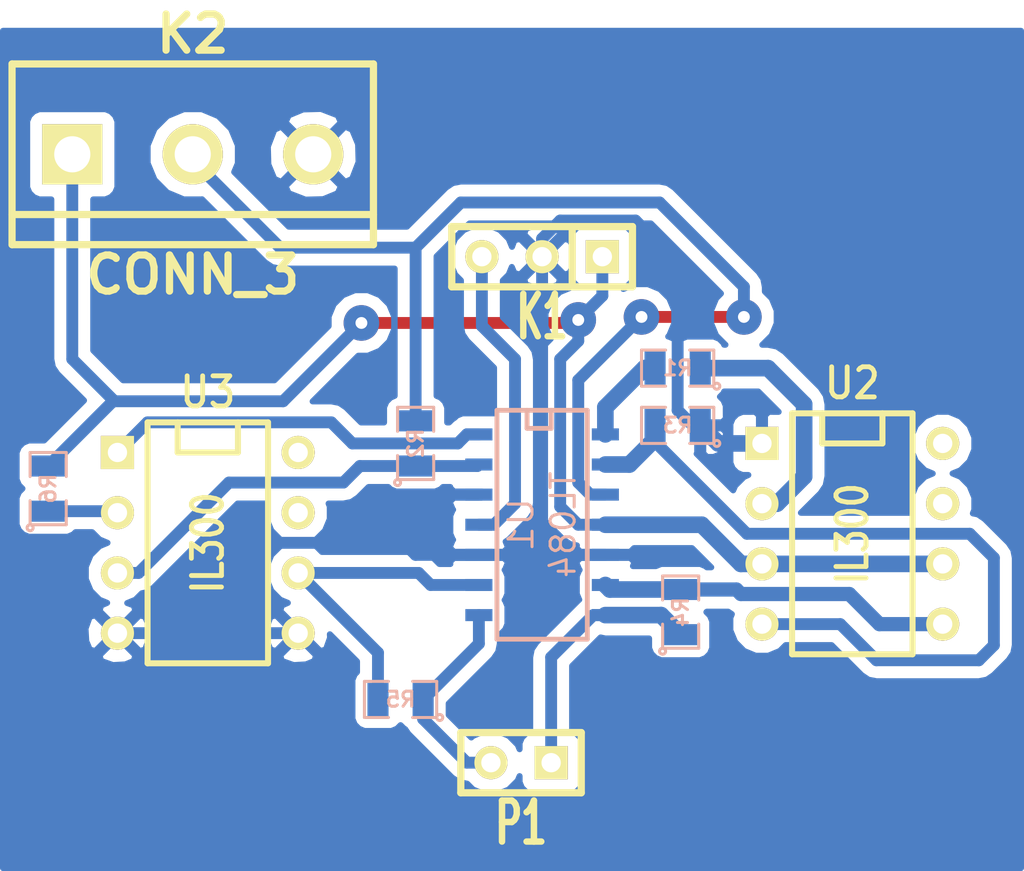
<source format=kicad_pcb>
(kicad_pcb (version 3) (host pcbnew "(2013-mar-13)-testing")

  (general
    (links 32)
    (no_connects 0)
    (area 124.46 113.3856 167.640001 149.860001)
    (thickness 1.6002)
    (drawings 0)
    (tracks 122)
    (zones 0)
    (modules 12)
    (nets 15)
  )

  (page A3)
  (layers
    (15 Front signal)
    (0 Back signal)
    (16 B.Adhes user)
    (17 F.Adhes user)
    (18 B.Paste user)
    (19 F.Paste user)
    (20 B.SilkS user)
    (21 F.SilkS user)
    (22 B.Mask user)
    (23 F.Mask user)
    (24 Dwgs.User user)
    (25 Cmts.User user)
    (26 Eco1.User user)
    (27 Eco2.User user)
    (28 Edge.Cuts user)
  )

  (setup
    (last_trace_width 0.254)
    (user_trace_width 0.50038)
    (user_trace_width 0.70104)
    (user_trace_width 1.00076)
    (user_trace_width 1.50114)
    (trace_clearance 0.254)
    (zone_clearance 0.508)
    (zone_45_only no)
    (trace_min 0.254)
    (segment_width 0.381)
    (edge_width 0.381)
    (via_size 0.889)
    (via_drill 0.635)
    (via_min_size 0.889)
    (via_min_drill 0.508)
    (user_via 1.50114 0.50038)
    (uvia_size 0.508)
    (uvia_drill 0.127)
    (uvias_allowed no)
    (uvia_min_size 0.508)
    (uvia_min_drill 0.127)
    (pcb_text_width 0.3048)
    (pcb_text_size 1.524 2.032)
    (mod_edge_width 0.381)
    (mod_text_size 1.524 1.524)
    (mod_text_width 0.3048)
    (pad_size 1.524 1.524)
    (pad_drill 0.8128)
    (pad_to_mask_clearance 0.254)
    (aux_axis_origin 0 0)
    (visible_elements 7FFFFFFF)
    (pcbplotparams
      (layerselection 1)
      (usegerberextensions true)
      (excludeedgelayer false)
      (linewidth 60)
      (plotframeref false)
      (viasonmask false)
      (mode 1)
      (useauxorigin false)
      (hpglpennumber 1)
      (hpglpenspeed 20)
      (hpglpendiameter 15)
      (hpglpenoverlay 2)
      (psnegative false)
      (psa4output true)
      (plotreference false)
      (plotvalue false)
      (plotothertext false)
      (plotinvisibletext false)
      (padsonsilk false)
      (subtractmaskfromsilk false)
      (outputformat 2)
      (mirror false)
      (drillshape 1)
      (scaleselection 1)
      (outputdirectory ""))
  )

  (net 0 "")
  (net 1 +5V)
  (net 2 -5V)
  (net 3 /In)
  (net 4 /Out1)
  (net 5 /Out2)
  (net 6 GND)
  (net 7 N-000001)
  (net 8 N-000002)
  (net 9 N-000003)
  (net 10 N-000012)
  (net 11 N-000013)
  (net 12 N-000014)
  (net 13 N-000015)
  (net 14 N-000016)

  (net_class Default "This is the default net class."
    (clearance 0.254)
    (trace_width 0.254)
    (via_dia 0.889)
    (via_drill 0.635)
    (uvia_dia 0.508)
    (uvia_drill 0.127)
    (add_net "")
    (add_net +5V)
    (add_net -5V)
    (add_net /In)
    (add_net /Out1)
    (add_net /Out2)
    (add_net GND)
    (add_net N-000001)
    (add_net N-000002)
    (add_net N-000003)
    (add_net N-000012)
    (add_net N-000013)
    (add_net N-000014)
    (add_net N-000015)
    (add_net N-000016)
  )

  (module SO14E (layer Back) (tedit 42806FBF) (tstamp 515C399E)
    (at 147.193 135.255 270)
    (descr "module CMS SOJ 14 pins etroit")
    (tags "CMS SOJ")
    (path /515C3341)
    (attr smd)
    (fp_text reference U1 (at 0 0.762 270) (layer B.SilkS)
      (effects (font (size 1.016 1.143) (thickness 0.127)) (justify mirror))
    )
    (fp_text value TL084 (at 0 -1.016 270) (layer B.SilkS)
      (effects (font (size 1.016 1.016) (thickness 0.127)) (justify mirror))
    )
    (fp_line (start -4.826 1.778) (end 4.826 1.778) (layer B.SilkS) (width 0.2032))
    (fp_line (start 4.826 1.778) (end 4.826 -2.032) (layer B.SilkS) (width 0.2032))
    (fp_line (start 4.826 -2.032) (end -4.826 -2.032) (layer B.SilkS) (width 0.2032))
    (fp_line (start -4.826 -2.032) (end -4.826 1.778) (layer B.SilkS) (width 0.2032))
    (fp_line (start -4.826 0.508) (end -4.064 0.508) (layer B.SilkS) (width 0.2032))
    (fp_line (start -4.064 0.508) (end -4.064 -0.508) (layer B.SilkS) (width 0.2032))
    (fp_line (start -4.064 -0.508) (end -4.826 -0.508) (layer B.SilkS) (width 0.2032))
    (pad 1 smd rect (at -3.81 -2.794 270) (size 0.508 1.143)
      (layers Back B.Paste B.Mask)
      (net 10 N-000012)
    )
    (pad 2 smd rect (at -2.54 -2.794 270) (size 0.508 1.143)
      (layers Back B.Paste B.Mask)
      (net 8 N-000002)
    )
    (pad 3 smd rect (at -1.27 -2.794 270) (size 0.508 1.143)
      (layers Back B.Paste B.Mask)
      (net 3 /In)
    )
    (pad 4 smd rect (at 0 -2.794 270) (size 0.508 1.143)
      (layers Back B.Paste B.Mask)
      (net 1 +5V)
    )
    (pad 5 smd rect (at 1.27 -2.794 270) (size 0.508 1.143)
      (layers Back B.Paste B.Mask)
      (net 6 GND)
    )
    (pad 6 smd rect (at 2.54 -2.794 270) (size 0.508 1.143)
      (layers Back B.Paste B.Mask)
      (net 9 N-000003)
    )
    (pad 7 smd rect (at 3.81 -2.794 270) (size 0.508 1.143)
      (layers Back B.Paste B.Mask)
      (net 4 /Out1)
    )
    (pad 8 smd rect (at 3.81 2.54 270) (size 0.508 1.143)
      (layers Back B.Paste B.Mask)
      (net 5 /Out2)
    )
    (pad 9 smd rect (at 2.54 2.54 270) (size 0.508 1.143)
      (layers Back B.Paste B.Mask)
      (net 12 N-000014)
    )
    (pad 10 smd rect (at 1.27 2.54 270) (size 0.508 1.143)
      (layers Back B.Paste B.Mask)
      (net 6 GND)
    )
    (pad 11 smd rect (at 0 2.54 270) (size 0.508 1.143)
      (layers Back B.Paste B.Mask)
      (net 2 -5V)
    )
    (pad 12 smd rect (at -1.27 2.54 270) (size 0.508 1.143)
      (layers Back B.Paste B.Mask)
      (net 6 GND)
    )
    (pad 13 smd rect (at -2.54 2.54 270) (size 0.508 1.143)
      (layers Back B.Paste B.Mask)
      (net 13 N-000015)
    )
    (pad 14 smd rect (at -3.81 2.54 270) (size 0.508 1.143)
      (layers Back B.Paste B.Mask)
      (net 14 N-000016)
    )
    (model smd/cms_so14.wrl
      (at (xyz 0 0 0))
      (scale (xyz 0.5 0.3 0.5))
      (rotate (xyz 0 0 0))
    )
  )

  (module SM0805 (layer Back) (tedit 42806E04) (tstamp 515C399F)
    (at 153.035 128.651 180)
    (path /515C35DF)
    (attr smd)
    (fp_text reference R1 (at 0 0 180) (layer B.SilkS)
      (effects (font (size 0.635 0.635) (thickness 0.127)) (justify mirror))
    )
    (fp_text value R (at 0 0 180) (layer B.SilkS) hide
      (effects (font (size 0.635 0.635) (thickness 0.127)) (justify mirror))
    )
    (fp_circle (center -1.651 -0.762) (end -1.651 -0.635) (layer B.SilkS) (width 0.127))
    (fp_line (start -0.508 -0.762) (end -1.524 -0.762) (layer B.SilkS) (width 0.127))
    (fp_line (start -1.524 -0.762) (end -1.524 0.762) (layer B.SilkS) (width 0.127))
    (fp_line (start -1.524 0.762) (end -0.508 0.762) (layer B.SilkS) (width 0.127))
    (fp_line (start 0.508 0.762) (end 1.524 0.762) (layer B.SilkS) (width 0.127))
    (fp_line (start 1.524 0.762) (end 1.524 -0.762) (layer B.SilkS) (width 0.127))
    (fp_line (start 1.524 -0.762) (end 0.508 -0.762) (layer B.SilkS) (width 0.127))
    (pad 1 smd rect (at -0.9525 0 180) (size 0.889 1.397)
      (layers Back B.Paste B.Mask)
      (net 7 N-000001)
    )
    (pad 2 smd rect (at 0.9525 0 180) (size 0.889 1.397)
      (layers Back B.Paste B.Mask)
      (net 10 N-000012)
    )
    (model smd/chip_cms.wrl
      (at (xyz 0 0 0))
      (scale (xyz 0.1 0.1 0.1))
      (rotate (xyz 0 0 0))
    )
  )

  (module SM0805 (layer Back) (tedit 42806E04) (tstamp 515C39AC)
    (at 153.035 131.064 180)
    (path /515C3661)
    (attr smd)
    (fp_text reference R3 (at 0 0 180) (layer B.SilkS)
      (effects (font (size 0.635 0.635) (thickness 0.127)) (justify mirror))
    )
    (fp_text value R (at 0 0 180) (layer B.SilkS) hide
      (effects (font (size 0.635 0.635) (thickness 0.127)) (justify mirror))
    )
    (fp_circle (center -1.651 -0.762) (end -1.651 -0.635) (layer B.SilkS) (width 0.127))
    (fp_line (start -0.508 -0.762) (end -1.524 -0.762) (layer B.SilkS) (width 0.127))
    (fp_line (start -1.524 -0.762) (end -1.524 0.762) (layer B.SilkS) (width 0.127))
    (fp_line (start -1.524 0.762) (end -0.508 0.762) (layer B.SilkS) (width 0.127))
    (fp_line (start 0.508 0.762) (end 1.524 0.762) (layer B.SilkS) (width 0.127))
    (fp_line (start 1.524 0.762) (end 1.524 -0.762) (layer B.SilkS) (width 0.127))
    (fp_line (start 1.524 -0.762) (end 0.508 -0.762) (layer B.SilkS) (width 0.127))
    (pad 1 smd rect (at -0.9525 0 180) (size 0.889 1.397)
      (layers Back B.Paste B.Mask)
      (net 6 GND)
    )
    (pad 2 smd rect (at 0.9525 0 180) (size 0.889 1.397)
      (layers Back B.Paste B.Mask)
      (net 8 N-000002)
    )
    (model smd/chip_cms.wrl
      (at (xyz 0 0 0))
      (scale (xyz 0.1 0.1 0.1))
      (rotate (xyz 0 0 0))
    )
  )

  (module SM0805 (layer Back) (tedit 42806E04) (tstamp 515C39B9)
    (at 153.162 138.938 90)
    (path /515C3786)
    (attr smd)
    (fp_text reference R4 (at 0 0 90) (layer B.SilkS)
      (effects (font (size 0.635 0.635) (thickness 0.127)) (justify mirror))
    )
    (fp_text value R (at 0 0 90) (layer B.SilkS) hide
      (effects (font (size 0.635 0.635) (thickness 0.127)) (justify mirror))
    )
    (fp_circle (center -1.651 -0.762) (end -1.651 -0.635) (layer B.SilkS) (width 0.127))
    (fp_line (start -0.508 -0.762) (end -1.524 -0.762) (layer B.SilkS) (width 0.127))
    (fp_line (start -1.524 -0.762) (end -1.524 0.762) (layer B.SilkS) (width 0.127))
    (fp_line (start -1.524 0.762) (end -0.508 0.762) (layer B.SilkS) (width 0.127))
    (fp_line (start 0.508 0.762) (end 1.524 0.762) (layer B.SilkS) (width 0.127))
    (fp_line (start 1.524 0.762) (end 1.524 -0.762) (layer B.SilkS) (width 0.127))
    (fp_line (start 1.524 -0.762) (end 0.508 -0.762) (layer B.SilkS) (width 0.127))
    (pad 1 smd rect (at -0.9525 0 90) (size 0.889 1.397)
      (layers Back B.Paste B.Mask)
      (net 4 /Out1)
    )
    (pad 2 smd rect (at 0.9525 0 90) (size 0.889 1.397)
      (layers Back B.Paste B.Mask)
      (net 9 N-000003)
    )
    (model smd/chip_cms.wrl
      (at (xyz 0 0 0))
      (scale (xyz 0.1 0.1 0.1))
      (rotate (xyz 0 0 0))
    )
  )

  (module SM0805 (layer Back) (tedit 42806E04) (tstamp 515C39C6)
    (at 141.986 131.826 90)
    (path /515C38F6)
    (attr smd)
    (fp_text reference R2 (at 0 0 90) (layer B.SilkS)
      (effects (font (size 0.635 0.635) (thickness 0.127)) (justify mirror))
    )
    (fp_text value 10k (at 0 0 90) (layer B.SilkS) hide
      (effects (font (size 0.635 0.635) (thickness 0.127)) (justify mirror))
    )
    (fp_circle (center -1.651 -0.762) (end -1.651 -0.635) (layer B.SilkS) (width 0.127))
    (fp_line (start -0.508 -0.762) (end -1.524 -0.762) (layer B.SilkS) (width 0.127))
    (fp_line (start -1.524 -0.762) (end -1.524 0.762) (layer B.SilkS) (width 0.127))
    (fp_line (start -1.524 0.762) (end -0.508 0.762) (layer B.SilkS) (width 0.127))
    (fp_line (start 0.508 0.762) (end 1.524 0.762) (layer B.SilkS) (width 0.127))
    (fp_line (start 1.524 0.762) (end 1.524 -0.762) (layer B.SilkS) (width 0.127))
    (fp_line (start 1.524 -0.762) (end 0.508 -0.762) (layer B.SilkS) (width 0.127))
    (pad 1 smd rect (at -0.9525 0 90) (size 0.889 1.397)
      (layers Back B.Paste B.Mask)
      (net 13 N-000015)
    )
    (pad 2 smd rect (at 0.9525 0 90) (size 0.889 1.397)
      (layers Back B.Paste B.Mask)
      (net 3 /In)
    )
    (model smd/chip_cms.wrl
      (at (xyz 0 0 0))
      (scale (xyz 0.1 0.1 0.1))
      (rotate (xyz 0 0 0))
    )
  )

  (module SM0805 (layer Back) (tedit 42806E04) (tstamp 515C39D3)
    (at 126.492 133.731 90)
    (path /515C3BB1)
    (attr smd)
    (fp_text reference R6 (at 0 0 90) (layer B.SilkS)
      (effects (font (size 0.635 0.635) (thickness 0.127)) (justify mirror))
    )
    (fp_text value 1k (at 0 0 90) (layer B.SilkS) hide
      (effects (font (size 0.635 0.635) (thickness 0.127)) (justify mirror))
    )
    (fp_circle (center -1.651 -0.762) (end -1.651 -0.635) (layer B.SilkS) (width 0.127))
    (fp_line (start -0.508 -0.762) (end -1.524 -0.762) (layer B.SilkS) (width 0.127))
    (fp_line (start -1.524 -0.762) (end -1.524 0.762) (layer B.SilkS) (width 0.127))
    (fp_line (start -1.524 0.762) (end -0.508 0.762) (layer B.SilkS) (width 0.127))
    (fp_line (start 0.508 0.762) (end 1.524 0.762) (layer B.SilkS) (width 0.127))
    (fp_line (start 1.524 0.762) (end 1.524 -0.762) (layer B.SilkS) (width 0.127))
    (fp_line (start 1.524 -0.762) (end 0.508 -0.762) (layer B.SilkS) (width 0.127))
    (pad 1 smd rect (at -0.9525 0 90) (size 0.889 1.397)
      (layers Back B.Paste B.Mask)
      (net 11 N-000013)
    )
    (pad 2 smd rect (at 0.9525 0 90) (size 0.889 1.397)
      (layers Back B.Paste B.Mask)
      (net 1 +5V)
    )
    (model smd/chip_cms.wrl
      (at (xyz 0 0 0))
      (scale (xyz 0.1 0.1 0.1))
      (rotate (xyz 0 0 0))
    )
  )

  (module SM0805 (layer Back) (tedit 42806E04) (tstamp 515C39E0)
    (at 141.351 142.621 180)
    (path /515C3EB6)
    (attr smd)
    (fp_text reference R5 (at 0 0 180) (layer B.SilkS)
      (effects (font (size 0.635 0.635) (thickness 0.127)) (justify mirror))
    )
    (fp_text value 10k (at 0 0 180) (layer B.SilkS) hide
      (effects (font (size 0.635 0.635) (thickness 0.127)) (justify mirror))
    )
    (fp_circle (center -1.651 -0.762) (end -1.651 -0.635) (layer B.SilkS) (width 0.127))
    (fp_line (start -0.508 -0.762) (end -1.524 -0.762) (layer B.SilkS) (width 0.127))
    (fp_line (start -1.524 -0.762) (end -1.524 0.762) (layer B.SilkS) (width 0.127))
    (fp_line (start -1.524 0.762) (end -0.508 0.762) (layer B.SilkS) (width 0.127))
    (fp_line (start 0.508 0.762) (end 1.524 0.762) (layer B.SilkS) (width 0.127))
    (fp_line (start 1.524 0.762) (end 1.524 -0.762) (layer B.SilkS) (width 0.127))
    (fp_line (start 1.524 -0.762) (end 0.508 -0.762) (layer B.SilkS) (width 0.127))
    (pad 1 smd rect (at -0.9525 0 180) (size 0.889 1.397)
      (layers Back B.Paste B.Mask)
      (net 5 /Out2)
    )
    (pad 2 smd rect (at 0.9525 0 180) (size 0.889 1.397)
      (layers Back B.Paste B.Mask)
      (net 12 N-000014)
    )
    (model smd/chip_cms.wrl
      (at (xyz 0 0 0))
      (scale (xyz 0.1 0.1 0.1))
      (rotate (xyz 0 0 0))
    )
  )

  (module SIL-3 (layer Front) (tedit 200000) (tstamp 515C39E1)
    (at 147.32 123.952 180)
    (descr "Connecteur 3 pins")
    (tags "CONN DEV")
    (path /515C34AE)
    (fp_text reference K1 (at 0 -2.54 180) (layer F.SilkS)
      (effects (font (size 1.7907 1.07696) (thickness 0.26924)))
    )
    (fp_text value CONN_3 (at 0 -2.54 180) (layer F.SilkS) hide
      (effects (font (size 1.524 1.016) (thickness 0.254)))
    )
    (fp_line (start -3.81 1.27) (end -3.81 -1.27) (layer F.SilkS) (width 0.3048))
    (fp_line (start -3.81 -1.27) (end 3.81 -1.27) (layer F.SilkS) (width 0.3048))
    (fp_line (start 3.81 -1.27) (end 3.81 1.27) (layer F.SilkS) (width 0.3048))
    (fp_line (start 3.81 1.27) (end -3.81 1.27) (layer F.SilkS) (width 0.3048))
    (fp_line (start -1.27 -1.27) (end -1.27 1.27) (layer F.SilkS) (width 0.3048))
    (pad 1 thru_hole rect (at -2.54 0 180) (size 1.397 1.397) (drill 0.8128)
      (layers *.Cu *.Mask F.SilkS)
      (net 1 +5V)
    )
    (pad 2 thru_hole circle (at 0 0 180) (size 1.397 1.397) (drill 0.8128)
      (layers *.Cu *.Mask F.SilkS)
      (net 6 GND)
    )
    (pad 3 thru_hole circle (at 2.54 0 180) (size 1.397 1.397) (drill 0.8128)
      (layers *.Cu *.Mask F.SilkS)
      (net 2 -5V)
    )
  )

  (module DIP-8__300 (layer Front) (tedit 43A7F843) (tstamp 515C39EE)
    (at 133.223 136.017 270)
    (descr "8 pins DIL package, round pads")
    (tags DIL)
    (path /515C3471)
    (fp_text reference U3 (at -6.35 0 360) (layer F.SilkS)
      (effects (font (size 1.27 1.143) (thickness 0.2032)))
    )
    (fp_text value IL300 (at 0 0 270) (layer F.SilkS)
      (effects (font (size 1.27 1.016) (thickness 0.2032)))
    )
    (fp_line (start -5.08 -1.27) (end -3.81 -1.27) (layer F.SilkS) (width 0.254))
    (fp_line (start -3.81 -1.27) (end -3.81 1.27) (layer F.SilkS) (width 0.254))
    (fp_line (start -3.81 1.27) (end -5.08 1.27) (layer F.SilkS) (width 0.254))
    (fp_line (start -5.08 -2.54) (end 5.08 -2.54) (layer F.SilkS) (width 0.254))
    (fp_line (start 5.08 -2.54) (end 5.08 2.54) (layer F.SilkS) (width 0.254))
    (fp_line (start 5.08 2.54) (end -5.08 2.54) (layer F.SilkS) (width 0.254))
    (fp_line (start -5.08 2.54) (end -5.08 -2.54) (layer F.SilkS) (width 0.254))
    (pad 1 thru_hole rect (at -3.81 3.81 270) (size 1.397 1.397) (drill 0.8128)
      (layers *.Cu *.Mask F.SilkS)
      (net 14 N-000016)
    )
    (pad 2 thru_hole circle (at -1.27 3.81 270) (size 1.397 1.397) (drill 0.8128)
      (layers *.Cu *.Mask F.SilkS)
      (net 11 N-000013)
    )
    (pad 3 thru_hole circle (at 1.27 3.81 270) (size 1.397 1.397) (drill 0.8128)
      (layers *.Cu *.Mask F.SilkS)
      (net 13 N-000015)
    )
    (pad 4 thru_hole circle (at 3.81 3.81 270) (size 1.397 1.397) (drill 0.8128)
      (layers *.Cu *.Mask F.SilkS)
      (net 6 GND)
    )
    (pad 5 thru_hole circle (at 3.81 -3.81 270) (size 1.397 1.397) (drill 0.8128)
      (layers *.Cu *.Mask F.SilkS)
      (net 6 GND)
    )
    (pad 6 thru_hole circle (at 1.27 -3.81 270) (size 1.397 1.397) (drill 0.8128)
      (layers *.Cu *.Mask F.SilkS)
      (net 12 N-000014)
    )
    (pad 7 thru_hole circle (at -1.27 -3.81 270) (size 1.397 1.397) (drill 0.8128)
      (layers *.Cu *.Mask F.SilkS)
    )
    (pad 8 thru_hole circle (at -3.81 -3.81 270) (size 1.397 1.397) (drill 0.8128)
      (layers *.Cu *.Mask F.SilkS)
    )
    (model dil/dil_8.wrl
      (at (xyz 0 0 0))
      (scale (xyz 1 1 1))
      (rotate (xyz 0 0 0))
    )
  )

  (module DIP-8__300 (layer Front) (tedit 515C39E5) (tstamp 515C3A01)
    (at 160.401 135.636 270)
    (descr "8 pins DIL package, round pads")
    (tags DIL)
    (path /515C3492)
    (fp_text reference U2 (at -6.35 0 360) (layer F.SilkS)
      (effects (font (size 1.27 1.143) (thickness 0.2032)))
    )
    (fp_text value IL300 (at 0 0 270) (layer F.SilkS)
      (effects (font (size 1.27 1.016) (thickness 0.2032)))
    )
    (fp_line (start -5.08 -1.27) (end -3.81 -1.27) (layer F.SilkS) (width 0.254))
    (fp_line (start -3.81 -1.27) (end -3.81 1.27) (layer F.SilkS) (width 0.254))
    (fp_line (start -3.81 1.27) (end -5.08 1.27) (layer F.SilkS) (width 0.254))
    (fp_line (start -5.08 -2.54) (end 5.08 -2.54) (layer F.SilkS) (width 0.254))
    (fp_line (start 5.08 -2.54) (end 5.08 2.54) (layer F.SilkS) (width 0.254))
    (fp_line (start 5.08 2.54) (end -5.08 2.54) (layer F.SilkS) (width 0.254))
    (fp_line (start -5.08 2.54) (end -5.08 -2.54) (layer F.SilkS) (width 0.254))
    (pad 1 thru_hole rect (at -3.81 3.81 270) (size 1.397 1.397) (drill 0.8128)
      (layers *.Cu *.Mask F.SilkS)
      (net 6 GND)
    )
    (pad 2 thru_hole circle (at -1.27 3.81 270) (size 1.397 1.397) (drill 0.8128)
      (layers *.Cu *.Mask F.SilkS)
      (net 7 N-000001)
    )
    (pad 3 thru_hole circle (at 1.27 3.81 270) (size 1.397 1.397) (drill 0.8128)
      (layers *.Cu *.Mask F.SilkS)
      (net 1 +5V)
    )
    (pad 4 thru_hole circle (at 3.81 3.81 270) (size 1.397 1.397) (drill 0.8128)
      (layers *.Cu *.Mask F.SilkS)
      (net 8 N-000002)
    )
    (pad 5 thru_hole circle (at 3.81 -3.81 270) (size 1.397 1.397) (drill 0.8128)
      (layers *.Cu *.Mask F.SilkS)
      (net 9 N-000003)
    )
    (pad 6 thru_hole circle (at 1.27 -3.81 270) (size 1.397 1.397) (drill 0.8128)
      (layers *.Cu *.Mask F.SilkS)
      (net 1 +5V)
    )
    (pad 7 thru_hole circle (at -1.27 -3.81 270) (size 1.397 1.397) (drill 0.8128)
      (layers *.Cu *.Mask F.SilkS)
    )
    (pad 8 thru_hole circle (at -3.81 -3.81 270) (size 1.397 1.397) (drill 0.8128)
      (layers *.Cu *.Mask F.SilkS)
    )
    (model dil/dil_8.wrl
      (at (xyz 0 0 0))
      (scale (xyz 1 1 1))
      (rotate (xyz 0 0 0))
    )
  )

  (module SIL-2 (layer Front) (tedit 200000) (tstamp 515C44E8)
    (at 146.431 145.288 180)
    (descr "Connecteurs 2 pins")
    (tags "CONN DEV")
    (path /515C4485)
    (fp_text reference P1 (at 0 -2.54 180) (layer F.SilkS)
      (effects (font (size 1.72974 1.08712) (thickness 0.27178)))
    )
    (fp_text value CONN_2 (at 0 -2.54 180) (layer F.SilkS) hide
      (effects (font (size 1.524 1.016) (thickness 0.254)))
    )
    (fp_line (start -2.54 1.27) (end -2.54 -1.27) (layer F.SilkS) (width 0.3048))
    (fp_line (start -2.54 -1.27) (end 2.54 -1.27) (layer F.SilkS) (width 0.3048))
    (fp_line (start 2.54 -1.27) (end 2.54 1.27) (layer F.SilkS) (width 0.3048))
    (fp_line (start 2.54 1.27) (end -2.54 1.27) (layer F.SilkS) (width 0.3048))
    (pad 1 thru_hole rect (at -1.27 0 180) (size 1.397 1.397) (drill 0.8128)
      (layers *.Cu *.Mask F.SilkS)
      (net 4 /Out1)
    )
    (pad 2 thru_hole circle (at 1.27 0 180) (size 1.397 1.397) (drill 0.8128)
      (layers *.Cu *.Mask F.SilkS)
      (net 5 /Out2)
    )
  )

  (module bornier3 (layer Front) (tedit 3EC0ECFA) (tstamp 515C461F)
    (at 132.588 119.634)
    (descr "Bornier d'alimentation 3 pins")
    (tags DEV)
    (path /515C44A2)
    (fp_text reference K2 (at 0 -5.08) (layer F.SilkS)
      (effects (font (size 1.524 1.524) (thickness 0.3048)))
    )
    (fp_text value CONN_3 (at 0 5.08) (layer F.SilkS)
      (effects (font (size 1.524 1.524) (thickness 0.3048)))
    )
    (fp_line (start -7.62 3.81) (end -7.62 -3.81) (layer F.SilkS) (width 0.3048))
    (fp_line (start 7.62 3.81) (end 7.62 -3.81) (layer F.SilkS) (width 0.3048))
    (fp_line (start -7.62 2.54) (end 7.62 2.54) (layer F.SilkS) (width 0.3048))
    (fp_line (start -7.62 -3.81) (end 7.62 -3.81) (layer F.SilkS) (width 0.3048))
    (fp_line (start -7.62 3.81) (end 7.62 3.81) (layer F.SilkS) (width 0.3048))
    (pad 1 thru_hole rect (at -5.08 0) (size 2.54 2.54) (drill 1.524)
      (layers *.Cu *.Mask F.SilkS)
      (net 1 +5V)
    )
    (pad 2 thru_hole circle (at 0 0) (size 2.54 2.54) (drill 1.524)
      (layers *.Cu *.Mask F.SilkS)
      (net 3 /In)
    )
    (pad 3 thru_hole circle (at 5.08 0) (size 2.54 2.54) (drill 1.524)
      (layers *.Cu *.Mask F.SilkS)
      (net 6 GND)
    )
    (model device/bornier_3.wrl
      (at (xyz 0 0 0))
      (scale (xyz 1 1 1))
      (rotate (xyz 0 0 0))
    )
  )

  (segment (start 155.702 136.906) (end 156.591 136.906) (width 0.70104) (layer Back) (net 1) (tstamp 515C3C16))
  (segment (start 129.2225 130.048) (end 126.492 132.7785) (width 0.50038) (layer Back) (net 1) (tstamp 515C3EAC))
  (segment (start 129.286 130.048) (end 129.2225 130.048) (width 0.50038) (layer Back) (net 1) (tstamp 515C4654))
  (segment (start 136.398 130.048) (end 129.286 130.048) (width 0.50038) (layer Back) (net 1) (tstamp 515C3EAA))
  (segment (start 139.7 126.746) (end 136.398 130.048) (width 0.50038) (layer Back) (net 1) (tstamp 515C3EA9))
  (via (at 139.7 126.746) (size 1.50114) (drill 0.50038) (layers Front Back) (net 1))
  (segment (start 148.717 126.746) (end 139.7 126.746) (width 0.50038) (layer Front) (net 1) (tstamp 515C3EA6))
  (segment (start 148.844 126.619) (end 148.717 126.746) (width 0.50038) (layer Front) (net 1) (tstamp 515C3EA5))
  (segment (start 149.86 123.952) (end 149.86 125.603) (width 0.50038) (layer Back) (net 1))
  (segment (start 148.844 127.508) (end 148.082 128.27) (width 0.50038) (layer Back) (net 1) (tstamp 515C3EB1))
  (segment (start 148.082 128.27) (end 148.082 134.493) (width 0.50038) (layer Back) (net 1) (tstamp 515C3EB2))
  (segment (start 148.082 134.493) (end 148.844 135.255) (width 0.50038) (layer Back) (net 1) (tstamp 515C3EB4))
  (segment (start 148.844 135.255) (end 149.987 135.255) (width 0.50038) (layer Back) (net 1) (tstamp 515C3EB5))
  (segment (start 148.844 126.619) (end 148.844 127.508) (width 0.50038) (layer Back) (net 1))
  (via (at 148.844 126.619) (size 1.50114) (drill 0.50038) (layers Front Back) (net 1))
  (segment (start 149.86 125.603) (end 148.844 126.619) (width 0.50038) (layer Back) (net 1) (tstamp 515C3EA0))
  (segment (start 156.591 136.906) (end 164.211 136.906) (width 0.70104) (layer Back) (net 1))
  (segment (start 149.987 135.255) (end 154.051 135.255) (width 0.70104) (layer Back) (net 1))
  (segment (start 154.051 135.255) (end 155.702 136.906) (width 0.70104) (layer Back) (net 1) (tstamp 515C3C15))
  (segment (start 127.508 128.27) (end 129.286 130.048) (width 0.50038) (layer Back) (net 1) (tstamp 515C4651))
  (segment (start 127.508 119.634) (end 127.508 128.27) (width 0.50038) (layer Back) (net 1))
  (segment (start 144.78 126.873) (end 146.177 128.27) (width 0.50038) (layer Back) (net 2) (tstamp 515C3CD3))
  (segment (start 146.177 128.27) (end 146.177 134.366) (width 0.50038) (layer Back) (net 2) (tstamp 515C3CD4))
  (segment (start 146.177 134.366) (end 145.288 135.255) (width 0.50038) (layer Back) (net 2) (tstamp 515C3CD5))
  (segment (start 144.78 123.952) (end 144.78 126.873) (width 0.50038) (layer Back) (net 2))
  (segment (start 145.288 135.255) (end 144.653 135.255) (width 0.50038) (layer Back) (net 2) (tstamp 515C3CD6))
  (segment (start 132.588 119.634) (end 132.588 119.888) (width 0.50038) (layer Back) (net 3))
  (segment (start 136.271 123.571) (end 141.986 123.571) (width 0.50038) (layer Back) (net 3) (tstamp 515C464D))
  (segment (start 132.588 119.888) (end 136.271 123.571) (width 0.50038) (layer Back) (net 3) (tstamp 515C464C))
  (segment (start 151.511 126.492) (end 155.829 126.492) (width 0.50038) (layer Front) (net 3) (tstamp 515C3E0C))
  (segment (start 155.829 125.222) (end 155.829 126.492) (width 0.50038) (layer Back) (net 3) (tstamp 515C3E45))
  (segment (start 141.986 123.571) (end 143.891 121.666) (width 0.50038) (layer Back) (net 3) (tstamp 515C3E40))
  (segment (start 143.891 121.666) (end 152.273 121.666) (width 0.50038) (layer Back) (net 3) (tstamp 515C3E42))
  (segment (start 152.273 121.666) (end 155.829 125.222) (width 0.50038) (layer Back) (net 3) (tstamp 515C3E43))
  (segment (start 141.986 130.8735) (end 141.986 123.571) (width 0.50038) (layer Back) (net 3))
  (segment (start 149.352 133.985) (end 148.844 133.477) (width 0.50038) (layer Back) (net 3) (tstamp 515C3D23))
  (segment (start 148.844 133.477) (end 148.844 129.159) (width 0.50038) (layer Back) (net 3) (tstamp 515C3D25))
  (segment (start 149.987 133.985) (end 149.352 133.985) (width 0.50038) (layer Back) (net 3))
  (via (at 151.511 126.492) (size 1.50114) (drill 0.50038) (layers Front Back) (net 3))
  (via (at 155.829 126.492) (size 1.50114) (drill 0.50038) (layers Front Back) (net 3))
  (segment (start 148.844 129.159) (end 151.511 126.492) (width 0.50038) (layer Back) (net 3) (tstamp 515C3D28))
  (segment (start 149.987 139.065) (end 152.3365 139.065) (width 0.70104) (layer Back) (net 4))
  (segment (start 152.3365 139.065) (end 153.162 139.8905) (width 0.70104) (layer Back) (net 4) (tstamp 515C3C0E))
  (segment (start 149.479 139.065) (end 147.701 140.843) (width 0.50038) (layer Back) (net 4) (tstamp 515C4529))
  (segment (start 147.701 140.843) (end 147.701 145.288) (width 0.50038) (layer Back) (net 4) (tstamp 515C452A))
  (segment (start 149.987 139.065) (end 149.479 139.065) (width 0.50038) (layer Back) (net 4))
  (segment (start 142.3035 142.621) (end 142.3035 143.4465) (width 0.50038) (layer Back) (net 5))
  (segment (start 142.3035 143.4465) (end 144.145 145.288) (width 0.50038) (layer Back) (net 5) (tstamp 515C3E90))
  (segment (start 144.653 139.065) (end 144.653 140.2715) (width 0.50038) (layer Back) (net 5))
  (segment (start 144.653 140.2715) (end 142.3035 142.621) (width 0.50038) (layer Back) (net 5) (tstamp 515C3E8A))
  (segment (start 144.145 145.288) (end 145.161 145.288) (width 0.50038) (layer Back) (net 5) (tstamp 515C3E91))
  (segment (start 131.572 139.827) (end 137.033 139.827) (width 0.50038) (layer Back) (net 6) (tstamp 515C3E7B))
  (segment (start 129.413 139.827) (end 131.572 139.827) (width 0.50038) (layer Back) (net 6))
  (segment (start 141.2875 135.8265) (end 143.129 133.985) (width 0.50038) (layer Back) (net 6) (tstamp 515C3E88))
  (segment (start 143.129 133.985) (end 144.653 133.985) (width 0.50038) (layer Back) (net 6) (tstamp 515C3E82))
  (segment (start 141.097 136.017) (end 141.2875 135.8265) (width 0.50038) (layer Back) (net 6) (tstamp 515C3E81))
  (segment (start 134.874 136.017) (end 141.097 136.017) (width 0.50038) (layer Back) (net 6) (tstamp 515C3E7E))
  (segment (start 131.572 139.319) (end 134.874 136.017) (width 0.50038) (layer Back) (net 6) (tstamp 515C3E7D))
  (segment (start 131.572 139.827) (end 131.572 139.319) (width 0.50038) (layer Back) (net 6))
  (segment (start 141.986 136.525) (end 141.2875 135.8265) (width 0.50038) (layer Back) (net 6) (tstamp 515C3E85))
  (segment (start 144.653 136.525) (end 141.986 136.525) (width 0.50038) (layer Back) (net 6))
  (segment (start 154.7495 131.826) (end 153.9875 131.064) (width 0.70104) (layer Back) (net 6) (tstamp 515C3BDD))
  (segment (start 156.591 131.826) (end 154.7495 131.826) (width 0.70104) (layer Back) (net 6))
  (segment (start 153.67 131.064) (end 153.035 130.429) (width 0.50038) (layer Back) (net 6) (tstamp 515C3C4C))
  (segment (start 153.035 130.429) (end 153.035 124.206) (width 0.50038) (layer Back) (net 6) (tstamp 515C3C4D))
  (segment (start 153.035 124.206) (end 151.257 122.428) (width 0.50038) (layer Back) (net 6) (tstamp 515C3C4E))
  (segment (start 151.257 122.428) (end 148.082 122.428) (width 0.50038) (layer Back) (net 6) (tstamp 515C3C4F))
  (segment (start 148.082 122.428) (end 147.32 123.19) (width 0.50038) (layer Back) (net 6) (tstamp 515C3C50))
  (segment (start 147.32 123.19) (end 147.32 123.952) (width 0.50038) (layer Back) (net 6) (tstamp 515C3C51))
  (segment (start 153.9875 131.064) (end 153.67 131.064) (width 0.50038) (layer Back) (net 6))
  (segment (start 147.32 136.525) (end 149.987 136.525) (width 0.50038) (layer Back) (net 6) (tstamp 515C3F27))
  (segment (start 146.939 136.525) (end 147.32 136.525) (width 0.50038) (layer Back) (net 6) (tstamp 515C3CD0))
  (segment (start 144.653 136.525) (end 146.939 136.525) (width 0.50038) (layer Back) (net 6))
  (segment (start 147.32 136.144) (end 146.939 136.525) (width 0.50038) (layer Back) (net 6) (tstamp 515C3CCA))
  (segment (start 147.32 123.952) (end 147.32 136.144) (width 0.50038) (layer Back) (net 6))
  (segment (start 156.845 128.651) (end 158.369 130.175) (width 0.70104) (layer Back) (net 7) (tstamp 515C3BE0))
  (segment (start 158.369 130.175) (end 158.369 133.223) (width 0.70104) (layer Back) (net 7) (tstamp 515C3BE1))
  (segment (start 158.369 133.223) (end 157.226 134.366) (width 0.70104) (layer Back) (net 7) (tstamp 515C3BE2))
  (segment (start 157.226 134.366) (end 156.591 134.366) (width 0.70104) (layer Back) (net 7) (tstamp 515C3BE3))
  (segment (start 153.9875 128.651) (end 156.845 128.651) (width 0.70104) (layer Back) (net 7))
  (segment (start 152.0825 131.6355) (end 151.003 132.715) (width 0.70104) (layer Back) (net 8) (tstamp 515C3BC5))
  (segment (start 151.003 132.715) (end 149.987 132.715) (width 0.70104) (layer Back) (net 8) (tstamp 515C3BC6))
  (segment (start 152.0825 131.064) (end 152.0825 131.6355) (width 0.70104) (layer Back) (net 8))
  (segment (start 159.893 139.446) (end 161.417 140.97) (width 0.50038) (layer Back) (net 8) (tstamp 515C3CF1))
  (segment (start 161.417 140.97) (end 165.735 140.97) (width 0.50038) (layer Back) (net 8) (tstamp 515C3CF8))
  (segment (start 165.735 140.97) (end 166.37 140.335) (width 0.50038) (layer Back) (net 8) (tstamp 515C3CF9))
  (segment (start 166.37 140.335) (end 166.37 136.652) (width 0.50038) (layer Back) (net 8) (tstamp 515C3CFB))
  (segment (start 166.37 136.652) (end 165.354 135.636) (width 0.50038) (layer Back) (net 8) (tstamp 515C3CFD))
  (segment (start 165.354 135.636) (end 155.956 135.636) (width 0.50038) (layer Back) (net 8) (tstamp 515C3CFE))
  (segment (start 155.956 135.636) (end 152.0825 131.7625) (width 0.50038) (layer Back) (net 8) (tstamp 515C3CFF))
  (segment (start 152.0825 131.7625) (end 152.0825 131.064) (width 0.50038) (layer Back) (net 8) (tstamp 515C3D02))
  (segment (start 156.591 139.446) (end 159.893 139.446) (width 0.50038) (layer Back) (net 8))
  (segment (start 150.1775 137.9855) (end 149.987 137.795) (width 0.70104) (layer Back) (net 9) (tstamp 515C3C0B))
  (segment (start 153.162 137.9855) (end 150.1775 137.9855) (width 0.70104) (layer Back) (net 9))
  (segment (start 155.5115 137.9855) (end 155.702 138.176) (width 0.59944) (layer Back) (net 9) (tstamp 515C3C3B))
  (segment (start 155.702 138.176) (end 160.274 138.176) (width 0.59944) (layer Back) (net 9) (tstamp 515C3C3C))
  (segment (start 160.274 138.176) (end 161.544 139.446) (width 0.59944) (layer Back) (net 9) (tstamp 515C3C3D))
  (segment (start 161.544 139.446) (end 164.211 139.446) (width 0.59944) (layer Back) (net 9) (tstamp 515C3C3E))
  (segment (start 153.162 137.9855) (end 155.5115 137.9855) (width 0.59944) (layer Back) (net 9))
  (segment (start 149.987 131.445) (end 149.987 130.302) (width 0.70104) (layer Back) (net 10))
  (segment (start 151.638 128.651) (end 152.0825 128.651) (width 0.70104) (layer Back) (net 10) (tstamp 515C3BD9))
  (segment (start 149.987 130.302) (end 151.638 128.651) (width 0.70104) (layer Back) (net 10) (tstamp 515C3BD8))
  (segment (start 129.3495 134.6835) (end 129.413 134.747) (width 0.50038) (layer Back) (net 11) (tstamp 515C3E65))
  (segment (start 126.492 134.6835) (end 129.3495 134.6835) (width 0.50038) (layer Back) (net 11))
  (segment (start 142.621 137.795) (end 144.653 137.795) (width 0.50038) (layer Back) (net 12) (tstamp 515C3E6C))
  (segment (start 142.113 137.287) (end 142.621 137.795) (width 0.50038) (layer Back) (net 12) (tstamp 515C3E6B))
  (segment (start 137.033 137.287) (end 142.113 137.287) (width 0.50038) (layer Back) (net 12))
  (segment (start 140.3985 140.6525) (end 137.033 137.287) (width 0.50038) (layer Back) (net 12) (tstamp 515C3E8D))
  (segment (start 140.3985 142.621) (end 140.3985 140.6525) (width 0.50038) (layer Back) (net 12))
  (segment (start 144.5895 132.7785) (end 144.653 132.715) (width 0.50038) (layer Back) (net 13) (tstamp 515C3E48))
  (segment (start 141.986 132.7785) (end 144.5895 132.7785) (width 0.50038) (layer Back) (net 13))
  (segment (start 139.6365 132.7785) (end 138.938 133.477) (width 0.50038) (layer Back) (net 13) (tstamp 515C3E70))
  (segment (start 138.938 133.477) (end 134.112 133.477) (width 0.50038) (layer Back) (net 13) (tstamp 515C3E73))
  (segment (start 134.112 133.477) (end 130.302 137.287) (width 0.50038) (layer Back) (net 13) (tstamp 515C3E74))
  (segment (start 130.302 137.287) (end 129.413 137.287) (width 0.50038) (layer Back) (net 13) (tstamp 515C3E76))
  (segment (start 141.986 132.7785) (end 139.6365 132.7785) (width 0.50038) (layer Back) (net 13))
  (segment (start 144.145 131.445) (end 143.764 131.826) (width 0.50038) (layer Back) (net 14) (tstamp 515C3E4B))
  (segment (start 143.764 131.826) (end 139.319 131.826) (width 0.50038) (layer Back) (net 14) (tstamp 515C3E4C))
  (segment (start 139.319 131.826) (end 138.43 130.937) (width 0.50038) (layer Back) (net 14) (tstamp 515C3E4D))
  (segment (start 138.43 130.937) (end 130.683 130.937) (width 0.50038) (layer Back) (net 14) (tstamp 515C3E4E))
  (segment (start 130.683 130.937) (end 129.413 132.207) (width 0.50038) (layer Back) (net 14) (tstamp 515C3E4F))
  (segment (start 144.653 131.445) (end 144.145 131.445) (width 0.50038) (layer Back) (net 14))

  (zone (net 6) (net_name GND) (layer Back) (tstamp 515C4658) (hatch edge 0.508)
    (connect_pads (clearance 0.508))
    (min_thickness 0.254)
    (fill (arc_segments 16) (thermal_gap 0.508) (thermal_bridge_width 0.508))
    (polygon
      (pts
        (xy 167.64 149.86) (xy 167.64 114.3) (xy 124.46 114.3) (xy 124.46 149.86)
      )
    )
    (filled_polygon
      (pts
        (xy 155.05176 127.66548) (xy 154.99588 127.66548) (xy 154.96794 127.59436) (xy 154.79014 127.41656) (xy 154.559 127.32004)
        (xy 154.30754 127.32004) (xy 153.41854 127.32004) (xy 153.18486 127.41656) (xy 153.035 127.56642) (xy 152.88514 127.41656)
        (xy 152.654 127.32004) (xy 152.63622 127.32004) (xy 152.68194 127.27432) (xy 152.89276 126.76632) (xy 152.89276 126.21768)
        (xy 152.68194 125.70968) (xy 152.29332 125.32106) (xy 151.78532 125.11024) (xy 151.23668 125.11024) (xy 150.74392 125.31344)
        (xy 150.74392 125.25756) (xy 150.91664 125.18644) (xy 151.09444 125.00864) (xy 151.19096 124.7775) (xy 151.19096 124.52604)
        (xy 151.19096 123.12904) (xy 151.09444 122.89536) (xy 150.91664 122.71756) (xy 150.6855 122.62104) (xy 150.43404 122.62104)
        (xy 149.03704 122.62104) (xy 148.80336 122.71756) (xy 148.62556 122.89536) (xy 148.52904 123.1265) (xy 148.52904 123.35764)
        (xy 148.4884 123.26112) (xy 148.25472 123.19762) (xy 148.07438 123.37796) (xy 148.07438 123.01728) (xy 148.01088 122.7836)
        (xy 147.51304 122.6058) (xy 146.98472 122.63628) (xy 146.62912 122.7836) (xy 146.56562 123.01728) (xy 147.32 123.77166)
        (xy 148.07438 123.01728) (xy 148.07438 123.37796) (xy 147.50034 123.952) (xy 148.25472 124.70638) (xy 148.4884 124.64288)
        (xy 148.52904 124.52858) (xy 148.52904 124.77496) (xy 148.62556 125.00864) (xy 148.80336 125.18644) (xy 148.92274 125.23724)
        (xy 148.56968 125.23724) (xy 148.07438 125.44044) (xy 148.07438 124.88672) (xy 147.32 124.13234) (xy 146.56562 124.88672)
        (xy 146.62912 125.1204) (xy 147.12696 125.2982) (xy 147.65528 125.26772) (xy 148.01088 125.1204) (xy 148.07438 124.88672)
        (xy 148.07438 125.44044) (xy 148.06168 125.44806) (xy 147.67306 125.83668) (xy 147.46224 126.34468) (xy 147.46224 126.89332)
        (xy 147.67306 127.40132) (xy 147.68576 127.41402) (xy 147.45716 127.64516) (xy 147.26412 127.92964) (xy 147.19808 128.27)
        (xy 147.19808 134.493) (xy 147.26412 134.83336) (xy 147.45716 135.11784) (xy 148.21916 135.87984) (xy 148.50364 136.07288)
        (xy 148.50618 136.07288) (xy 148.78812 136.12622) (xy 148.78304 136.14654) (xy 148.7805 136.24052) (xy 148.93798 136.398)
        (xy 149.733 136.398) (xy 149.86 136.398) (xy 150.114 136.398) (xy 150.241 136.398) (xy 151.03602 136.398)
        (xy 151.1935 136.24052) (xy 153.64206 136.24052) (xy 154.45232 137.05078) (xy 154.26436 137.05078) (xy 154.21864 137.00506)
        (xy 153.9875 136.90854) (xy 153.73604 136.90854) (xy 152.33904 136.90854) (xy 152.11552 136.99998) (xy 151.15032 136.99998)
        (xy 151.19096 136.90346) (xy 151.1935 136.80948) (xy 151.03602 136.652) (xy 150.241 136.652) (xy 150.114 136.652)
        (xy 149.86 136.652) (xy 149.733 136.652) (xy 148.93798 136.652) (xy 148.7805 136.80948) (xy 148.78304 136.90346)
        (xy 148.87956 137.13714) (xy 148.90242 137.16) (xy 148.87956 137.18286) (xy 148.78304 137.414) (xy 148.78304 137.66546)
        (xy 148.78304 138.17346) (xy 148.87956 138.40714) (xy 148.88718 138.41476) (xy 148.85416 138.44016) (xy 148.85162 138.44016)
        (xy 148.85162 138.4427) (xy 147.07616 140.21816) (xy 146.88312 140.50264) (xy 146.81708 140.843) (xy 146.81708 143.9799)
        (xy 146.64436 144.05356) (xy 146.46656 144.23136) (xy 146.37004 144.4625) (xy 146.37004 144.71396) (xy 146.37004 144.72158)
        (xy 146.2913 144.53362) (xy 145.91792 144.1577) (xy 145.4277 143.9545) (xy 144.89684 143.9545) (xy 144.40662 144.1577)
        (xy 144.33296 144.22628) (xy 143.38046 143.27378) (xy 143.38046 143.19504) (xy 143.38046 142.79372) (xy 145.27784 140.89634)
        (xy 145.47088 140.61186) (xy 145.47088 140.60932) (xy 145.53692 140.2715) (xy 145.53692 139.87272) (xy 145.58264 139.85494)
        (xy 145.76044 139.67714) (xy 145.85696 139.446) (xy 145.85696 139.19454) (xy 145.85696 138.68654) (xy 145.76044 138.45286)
        (xy 145.73758 138.43) (xy 145.76044 138.40714) (xy 145.85696 138.176) (xy 145.85696 137.92454) (xy 145.85696 137.41654)
        (xy 145.76044 137.18286) (xy 145.73758 137.16) (xy 145.76044 137.13714) (xy 145.85696 136.90346) (xy 145.8595 136.80948)
        (xy 145.70202 136.652) (xy 144.907 136.652) (xy 144.78 136.652) (xy 144.526 136.652) (xy 144.399 136.652)
        (xy 143.60398 136.652) (xy 143.4465 136.80948) (xy 143.44904 136.90346) (xy 143.45158 136.91108) (xy 142.98676 136.91108)
        (xy 142.73784 136.66216) (xy 142.45336 136.46912) (xy 142.113 136.40308) (xy 138.03376 136.40308) (xy 137.78992 136.1567)
        (xy 137.44956 136.01446) (xy 137.78738 135.8773) (xy 138.1633 135.50392) (xy 138.3665 135.0137) (xy 138.3665 134.48284)
        (xy 138.3157 134.36092) (xy 138.938 134.36092) (xy 139.27582 134.29488) (xy 139.27836 134.29488) (xy 139.56284 134.10184)
        (xy 140.00226 133.66242) (xy 140.83284 133.66242) (xy 140.92936 133.75894) (xy 141.1605 133.85546) (xy 141.41196 133.85546)
        (xy 142.80896 133.85546) (xy 143.04264 133.75894) (xy 143.13916 133.66242) (xy 143.4465 133.66242) (xy 143.4465 133.70052)
        (xy 143.60398 133.858) (xy 144.399 133.858) (xy 144.526 133.858) (xy 144.78 133.858) (xy 144.78 134.112)
        (xy 144.526 134.112) (xy 144.399 134.112) (xy 143.60398 134.112) (xy 143.4465 134.26948) (xy 143.44904 134.36346)
        (xy 143.54556 134.59714) (xy 143.56842 134.62) (xy 143.54556 134.64286) (xy 143.44904 134.874) (xy 143.44904 135.12546)
        (xy 143.44904 135.63346) (xy 143.54556 135.86714) (xy 143.56842 135.89) (xy 143.54556 135.91286) (xy 143.44904 136.14654)
        (xy 143.4465 136.24052) (xy 143.60398 136.398) (xy 144.399 136.398) (xy 144.526 136.398) (xy 144.78 136.398)
        (xy 144.907 136.398) (xy 145.70202 136.398) (xy 145.8595 136.24052) (xy 145.85696 136.14654) (xy 145.78076 135.9662)
        (xy 145.91284 135.87984) (xy 146.7993 134.99338) (xy 146.7993 134.99084) (xy 146.80184 134.99084) (xy 146.99234 134.70636)
        (xy 146.99488 134.70382) (xy 147.05838 134.36854) (xy 147.06092 134.366) (xy 147.06092 128.27) (xy 147.05838 128.26746)
        (xy 146.99488 127.93218) (xy 146.99234 127.92964) (xy 146.80184 127.64516) (xy 146.7993 127.64262) (xy 145.66392 126.50724)
        (xy 145.66392 124.95276) (xy 145.9103 124.70892) (xy 146.04238 124.3838) (xy 146.1516 124.64288) (xy 146.38528 124.70638)
        (xy 147.13966 123.952) (xy 146.38528 123.19762) (xy 146.1516 123.26112) (xy 146.05 123.53798) (xy 145.9103 123.19762)
        (xy 145.53692 122.8217) (xy 145.0467 122.6185) (xy 144.51584 122.6185) (xy 144.02562 122.8217) (xy 143.6497 123.19508)
        (xy 143.4465 123.6853) (xy 143.4465 124.21616) (xy 143.6497 124.70638) (xy 143.89608 124.95276) (xy 143.89608 126.873)
        (xy 143.96212 127.21336) (xy 144.15516 127.49784) (xy 145.29308 128.63576) (xy 145.29308 130.55854) (xy 145.10004 130.55854)
        (xy 143.95704 130.55854) (xy 143.72336 130.65506) (xy 143.637 130.73888) (xy 143.63446 130.74142) (xy 143.52016 130.82016)
        (xy 143.39824 130.94208) (xy 143.31696 130.94208) (xy 143.31696 130.30454) (xy 143.22044 130.07086) (xy 143.04264 129.89306)
        (xy 142.86992 129.8194) (xy 142.86992 123.93676) (xy 144.25676 122.54992) (xy 151.90724 122.54992) (xy 154.86126 125.50394)
        (xy 154.65806 125.70968) (xy 154.44724 126.21768) (xy 154.44724 126.76632) (xy 154.65806 127.27432) (xy 155.04668 127.66294)
        (xy 155.05176 127.66548)
      )
    )
    (filled_polygon
      (pts
        (xy 157.29458 130.49504) (xy 157.16504 130.49504) (xy 156.87548 130.4925) (xy 156.718 130.64998) (xy 156.718 131.572)
        (xy 156.718 131.699) (xy 156.718 131.953) (xy 156.464 131.953) (xy 156.464 131.699) (xy 156.464 130.64998)
        (xy 156.30652 130.4925) (xy 156.01696 130.49504) (xy 155.7655 130.49504) (xy 155.53436 130.59156) (xy 155.35656 130.76936)
        (xy 155.26004 131.00304) (xy 155.2575 131.54152) (xy 155.41498 131.699) (xy 156.464 131.699) (xy 156.464 131.953)
        (xy 156.337 131.953) (xy 155.41498 131.953) (xy 155.2575 132.11048) (xy 155.26004 132.64896) (xy 155.35656 132.88264)
        (xy 155.53436 133.06044) (xy 155.7655 133.15696) (xy 156.01696 133.15696) (xy 155.83662 133.2357) (xy 155.4607 133.60908)
        (xy 155.37688 133.80466) (xy 155.067 133.49478) (xy 155.067 131.34848) (xy 154.90952 131.191) (xy 154.1145 131.191)
        (xy 154.1145 132.24002) (xy 154.27198 132.3975) (xy 154.55646 132.39496) (xy 154.79014 132.29844) (xy 154.96794 132.12064)
        (xy 155.06446 131.8895) (xy 155.06446 131.63804) (xy 155.067 131.34848) (xy 155.067 133.49478) (xy 153.8351 132.26288)
        (xy 153.8605 132.24002) (xy 153.8605 131.318) (xy 153.8605 131.191) (xy 153.8605 130.937) (xy 154.1145 130.937)
        (xy 154.2415 130.937) (xy 154.90952 130.937) (xy 155.067 130.77952) (xy 155.06446 130.48996) (xy 155.06446 130.2385)
        (xy 154.96794 130.00736) (xy 154.81808 129.8575) (xy 154.96794 129.70764) (xy 154.99588 129.63652) (xy 156.43606 129.63652)
        (xy 157.29458 130.49504)
      )
    )
    (filled_polygon
      (pts
        (xy 167.513 149.733) (xy 167.25392 149.733) (xy 167.25392 140.335) (xy 167.25392 136.652) (xy 167.18788 136.31418)
        (xy 167.18534 136.31164) (xy 167.12184 136.21766) (xy 166.99484 136.02716) (xy 166.99484 136.02462) (xy 165.97884 135.01116)
        (xy 165.69436 134.81812) (xy 165.48354 134.77748) (xy 165.48354 134.77494) (xy 165.5445 134.6327) (xy 165.5445 134.10184)
        (xy 165.3413 133.61162) (xy 164.96792 133.2357) (xy 164.62756 133.09346) (xy 164.96538 132.9563) (xy 165.3413 132.58292)
        (xy 165.5445 132.0927) (xy 165.5445 131.56184) (xy 165.3413 131.07162) (xy 164.96792 130.6957) (xy 164.4777 130.4925)
        (xy 163.94684 130.4925) (xy 163.45662 130.6957) (xy 163.0807 131.06908) (xy 162.8775 131.5593) (xy 162.8775 132.09016)
        (xy 163.0807 132.58038) (xy 163.45408 132.9563) (xy 163.7919 133.096) (xy 163.45662 133.2357) (xy 163.0807 133.60908)
        (xy 162.8775 134.0993) (xy 162.8775 134.63016) (xy 162.92576 134.75208) (xy 158.23184 134.75208) (xy 159.06496 133.9215)
        (xy 159.06496 133.91896) (xy 159.27832 133.60146) (xy 159.27832 133.59892) (xy 159.28848 133.53542) (xy 159.35198 133.223)
        (xy 159.35452 133.223) (xy 159.35452 130.175) (xy 159.27832 129.79908) (xy 159.27578 129.79654) (xy 159.20466 129.68986)
        (xy 159.06496 129.47904) (xy 159.06496 129.4765) (xy 157.54096 127.95504) (xy 157.22092 127.74168) (xy 156.845 127.66548)
        (xy 156.6037 127.66548) (xy 156.61132 127.66294) (xy 156.99994 127.27432) (xy 157.21076 126.76632) (xy 157.21076 126.21768)
        (xy 156.99994 125.70968) (xy 156.71292 125.42266) (xy 156.71292 125.222) (xy 156.71038 125.21946) (xy 156.64688 124.88418)
        (xy 156.64434 124.88164) (xy 156.45384 124.59716) (xy 156.4513 124.59462) (xy 152.89784 121.04116) (xy 152.61336 120.84812)
        (xy 152.273 120.78208) (xy 143.891 120.78208) (xy 143.55318 120.84812) (xy 143.45666 120.91162) (xy 143.26362 121.04116)
        (xy 141.6177 122.68708) (xy 139.58062 122.68708) (xy 139.58062 119.96166) (xy 139.5603 119.20728) (xy 139.30884 118.60022)
        (xy 139.0142 118.4656) (xy 138.8364 118.6434) (xy 138.8364 118.2878) (xy 138.70178 117.99316) (xy 137.99566 117.72138)
        (xy 137.24128 117.7417) (xy 136.63422 117.99316) (xy 136.4996 118.2878) (xy 137.668 119.45366) (xy 138.8364 118.2878)
        (xy 138.8364 118.6434) (xy 137.84834 119.634) (xy 139.0142 120.8024) (xy 139.30884 120.66778) (xy 139.58062 119.96166)
        (xy 139.58062 122.68708) (xy 138.8364 122.68708) (xy 138.8364 120.9802) (xy 137.668 119.81434) (xy 137.48766 119.99214)
        (xy 137.48766 119.634) (xy 136.3218 118.4656) (xy 136.02716 118.60022) (xy 135.75538 119.30634) (xy 135.7757 120.06072)
        (xy 136.02716 120.66778) (xy 136.3218 120.8024) (xy 137.48766 119.634) (xy 137.48766 119.99214) (xy 136.4996 120.9802)
        (xy 136.63422 121.27484) (xy 137.34034 121.54662) (xy 138.09472 121.5263) (xy 138.70178 121.27484) (xy 138.8364 120.9802)
        (xy 138.8364 122.68708) (xy 136.63676 122.68708) (xy 134.33552 120.3833) (xy 134.49046 120.015) (xy 134.49046 119.25808)
        (xy 134.2009 118.55958) (xy 133.6675 118.02364) (xy 132.969 117.73154) (xy 132.21208 117.73154) (xy 131.51358 118.0211)
        (xy 130.97764 118.5545) (xy 130.68554 119.253) (xy 130.68554 120.00992) (xy 130.9751 120.70842) (xy 131.5085 121.24436)
        (xy 132.207 121.53646) (xy 132.96392 121.53646) (xy 132.97916 121.52884) (xy 135.64362 124.19584) (xy 135.64616 124.19584)
        (xy 135.83666 124.32284) (xy 135.93064 124.38634) (xy 135.93318 124.38888) (xy 136.271 124.45492) (xy 141.10208 124.45492)
        (xy 141.10208 129.8194) (xy 140.92936 129.89306) (xy 140.75156 130.07086) (xy 140.65504 130.302) (xy 140.65504 130.55346)
        (xy 140.65504 130.94208) (xy 139.68476 130.94208) (xy 139.05484 130.31216) (xy 138.77036 130.11912) (xy 138.43 130.05308)
        (xy 137.6426 130.05308) (xy 139.56792 128.12776) (xy 139.97432 128.12776) (xy 140.48232 127.91694) (xy 140.87094 127.52832)
        (xy 141.08176 127.02032) (xy 141.08176 126.47168) (xy 140.87094 125.96368) (xy 140.48232 125.57506) (xy 139.97432 125.36424)
        (xy 139.42568 125.36424) (xy 138.91768 125.57506) (xy 138.52906 125.96368) (xy 138.31824 126.47168) (xy 138.31824 126.87808)
        (xy 136.03224 129.16408) (xy 129.65176 129.16408) (xy 128.39192 127.90424) (xy 128.39192 121.53646) (xy 128.90246 121.53646)
        (xy 129.13614 121.43994) (xy 129.31394 121.26214) (xy 129.41046 121.031) (xy 129.41046 120.77954) (xy 129.41046 118.23954)
        (xy 129.31394 118.00586) (xy 129.13614 117.82806) (xy 128.905 117.73154) (xy 128.65354 117.73154) (xy 126.11354 117.73154)
        (xy 125.87986 117.82806) (xy 125.70206 118.00586) (xy 125.60554 118.237) (xy 125.60554 118.48846) (xy 125.60554 121.02846)
        (xy 125.70206 121.26214) (xy 125.87986 121.43994) (xy 126.111 121.53646) (xy 126.36246 121.53646) (xy 126.62408 121.53646)
        (xy 126.62408 128.27) (xy 126.69012 128.61036) (xy 126.88316 128.89484) (xy 128.0033 130.01498) (xy 126.31928 131.70154)
        (xy 125.66904 131.70154) (xy 125.43536 131.79806) (xy 125.25756 131.97586) (xy 125.16104 132.207) (xy 125.16104 132.45846)
        (xy 125.16104 133.34746) (xy 125.25756 133.58114) (xy 125.40742 133.731) (xy 125.25756 133.88086) (xy 125.16104 134.112)
        (xy 125.16104 134.36346) (xy 125.16104 135.25246) (xy 125.25756 135.48614) (xy 125.43536 135.66394) (xy 125.6665 135.76046)
        (xy 125.91796 135.76046) (xy 127.31496 135.76046) (xy 127.54864 135.66394) (xy 127.64516 135.56742) (xy 128.3462 135.56742)
        (xy 128.65608 135.8773) (xy 128.9939 136.017) (xy 128.65862 136.1567) (xy 128.2827 136.53008) (xy 128.0795 137.0203)
        (xy 128.0795 137.55116) (xy 128.2827 138.04138) (xy 128.65608 138.4173) (xy 128.97866 138.54938) (xy 128.72212 138.6586)
        (xy 128.65862 138.89228) (xy 129.413 139.64666) (xy 130.16738 138.89228) (xy 130.10388 138.6586) (xy 129.82448 138.557)
        (xy 130.16738 138.4173) (xy 130.4417 138.14298) (xy 130.63982 138.10488) (xy 130.64236 138.10488) (xy 130.92684 137.91184)
        (xy 134.47776 134.36092) (xy 135.74776 134.36092) (xy 135.6995 134.4803) (xy 135.6995 135.01116) (xy 135.9027 135.50138)
        (xy 136.27608 135.8773) (xy 136.6139 136.017) (xy 136.27862 136.1567) (xy 135.9027 136.53008) (xy 135.6995 137.0203)
        (xy 135.6995 137.55116) (xy 135.9027 138.04138) (xy 136.27608 138.4173) (xy 136.59866 138.54938) (xy 136.34212 138.6586)
        (xy 136.27862 138.89228) (xy 136.9441 139.55776) (xy 137.033 139.64666) (xy 137.21334 139.827) (xy 137.30224 139.9159)
        (xy 137.96772 140.58138) (xy 138.2014 140.51788) (xy 138.3792 140.02004) (xy 138.36904 139.87272) (xy 139.51458 141.01826)
        (xy 139.51458 141.46784) (xy 139.41806 141.56436) (xy 139.32154 141.7955) (xy 139.32154 142.04696) (xy 139.32154 143.44396)
        (xy 139.41806 143.67764) (xy 139.59586 143.85544) (xy 139.827 143.95196) (xy 140.07846 143.95196) (xy 140.96746 143.95196)
        (xy 141.20114 143.85544) (xy 141.351 143.70558) (xy 141.50086 143.85544) (xy 141.54404 143.87322) (xy 141.67866 144.07134)
        (xy 143.52016 145.91284) (xy 143.80464 146.10588) (xy 143.80718 146.10588) (xy 144.145 146.17192) (xy 144.1577 146.17192)
        (xy 144.40408 146.4183) (xy 144.8943 146.6215) (xy 145.42516 146.6215) (xy 145.91538 146.4183) (xy 146.2913 146.04492)
        (xy 146.37004 145.85442) (xy 146.37004 146.11096) (xy 146.46656 146.34464) (xy 146.64436 146.52244) (xy 146.8755 146.61896)
        (xy 147.12696 146.61896) (xy 148.52396 146.61896) (xy 148.75764 146.52244) (xy 148.93544 146.34464) (xy 149.03196 146.1135)
        (xy 149.03196 145.86204) (xy 149.03196 144.46504) (xy 148.93544 144.23136) (xy 148.75764 144.05356) (xy 148.58492 143.9799)
        (xy 148.58492 141.20876) (xy 149.7838 140.00734) (xy 149.987 140.05052) (xy 151.83104 140.05052) (xy 151.83104 140.45946)
        (xy 151.92756 140.69314) (xy 152.10536 140.87094) (xy 152.3365 140.96746) (xy 152.58796 140.96746) (xy 153.98496 140.96746)
        (xy 154.21864 140.87094) (xy 154.39644 140.69314) (xy 154.49296 140.462) (xy 154.49296 140.21054) (xy 154.49296 139.32154)
        (xy 154.39644 139.08786) (xy 154.24658 138.938) (xy 154.26436 138.92022) (xy 155.16606 138.92022) (xy 155.321 139.02436)
        (xy 155.2575 139.1793) (xy 155.2575 139.71016) (xy 155.4607 140.20038) (xy 155.83408 140.5763) (xy 156.3243 140.7795)
        (xy 156.85516 140.7795) (xy 157.34538 140.5763) (xy 157.59176 140.32992) (xy 159.52724 140.32992) (xy 160.79216 141.59484)
        (xy 161.07664 141.78534) (xy 161.07918 141.78788) (xy 161.417 141.85392) (xy 165.735 141.85392) (xy 166.07282 141.78788)
        (xy 166.07536 141.78788) (xy 166.35984 141.59484) (xy 166.99484 140.95984) (xy 167.18534 140.67536) (xy 167.18788 140.67282)
        (xy 167.25392 140.335) (xy 167.25392 149.733) (xy 137.78738 149.733) (xy 137.78738 140.76172) (xy 137.033 140.00734)
        (xy 136.85266 140.18768) (xy 136.85266 139.827) (xy 136.09828 139.07262) (xy 135.8646 139.13612) (xy 135.6868 139.63396)
        (xy 135.71728 140.16228) (xy 135.8646 140.51788) (xy 136.09828 140.58138) (xy 136.85266 139.827) (xy 136.85266 140.18768)
        (xy 136.27862 140.76172) (xy 136.34212 140.9954) (xy 136.83996 141.1732) (xy 137.36828 141.14272) (xy 137.72388 140.9954)
        (xy 137.78738 140.76172) (xy 137.78738 149.733) (xy 130.7592 149.733) (xy 130.7592 140.02004) (xy 130.72872 139.49172)
        (xy 130.5814 139.13612) (xy 130.34772 139.07262) (xy 129.59334 139.827) (xy 130.34772 140.58138) (xy 130.5814 140.51788)
        (xy 130.7592 140.02004) (xy 130.7592 149.733) (xy 130.16738 149.733) (xy 130.16738 140.76172) (xy 129.413 140.00734)
        (xy 129.23266 140.18768) (xy 129.23266 139.827) (xy 128.47828 139.07262) (xy 128.2446 139.13612) (xy 128.0668 139.63396)
        (xy 128.09728 140.16228) (xy 128.2446 140.51788) (xy 128.47828 140.58138) (xy 129.23266 139.827) (xy 129.23266 140.18768)
        (xy 128.65862 140.76172) (xy 128.72212 140.9954) (xy 129.21996 141.1732) (xy 129.74828 141.14272) (xy 130.10388 140.9954)
        (xy 130.16738 140.76172) (xy 130.16738 149.733) (xy 124.587 149.733) (xy 124.587 114.427) (xy 167.513 114.427)
        (xy 167.513 149.733)
      )
    )
  )
)

</source>
